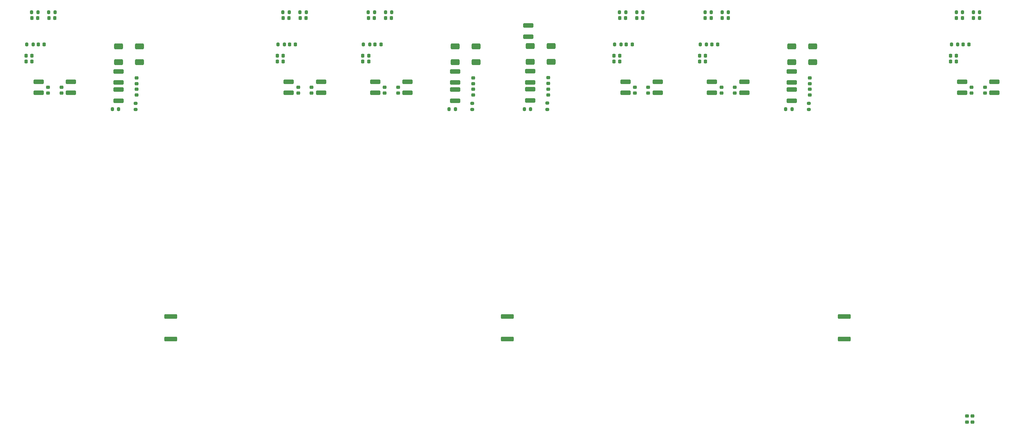
<source format=gbp>
G04 #@! TF.GenerationSoftware,KiCad,Pcbnew,9.0.1*
G04 #@! TF.CreationDate,2025-08-06T03:01:24-05:00*
G04 #@! TF.ProjectId,TractionInverter,54726163-7469-46f6-9e49-6e7665727465,rev?*
G04 #@! TF.SameCoordinates,Original*
G04 #@! TF.FileFunction,Paste,Bot*
G04 #@! TF.FilePolarity,Positive*
%FSLAX46Y46*%
G04 Gerber Fmt 4.6, Leading zero omitted, Abs format (unit mm)*
G04 Created by KiCad (PCBNEW 9.0.1) date 2025-08-06 03:01:24*
%MOMM*%
%LPD*%
G01*
G04 APERTURE LIST*
G04 Aperture macros list*
%AMRoundRect*
0 Rectangle with rounded corners*
0 $1 Rounding radius*
0 $2 $3 $4 $5 $6 $7 $8 $9 X,Y pos of 4 corners*
0 Add a 4 corners polygon primitive as box body*
4,1,4,$2,$3,$4,$5,$6,$7,$8,$9,$2,$3,0*
0 Add four circle primitives for the rounded corners*
1,1,$1+$1,$2,$3*
1,1,$1+$1,$4,$5*
1,1,$1+$1,$6,$7*
1,1,$1+$1,$8,$9*
0 Add four rect primitives between the rounded corners*
20,1,$1+$1,$2,$3,$4,$5,0*
20,1,$1+$1,$4,$5,$6,$7,0*
20,1,$1+$1,$6,$7,$8,$9,0*
20,1,$1+$1,$8,$9,$2,$3,0*%
G04 Aperture macros list end*
%ADD10RoundRect,0.250000X-1.100000X0.325000X-1.100000X-0.325000X1.100000X-0.325000X1.100000X0.325000X0*%
%ADD11RoundRect,0.225000X0.250000X-0.225000X0.250000X0.225000X-0.250000X0.225000X-0.250000X-0.225000X0*%
%ADD12RoundRect,0.225000X-0.250000X0.225000X-0.250000X-0.225000X0.250000X-0.225000X0.250000X0.225000X0*%
%ADD13RoundRect,0.225000X0.225000X0.250000X-0.225000X0.250000X-0.225000X-0.250000X0.225000X-0.250000X0*%
%ADD14RoundRect,0.200000X-0.200000X-0.275000X0.200000X-0.275000X0.200000X0.275000X-0.200000X0.275000X0*%
%ADD15RoundRect,0.225000X-0.225000X-0.250000X0.225000X-0.250000X0.225000X0.250000X-0.225000X0.250000X0*%
%ADD16RoundRect,0.250000X-1.425000X0.362500X-1.425000X-0.362500X1.425000X-0.362500X1.425000X0.362500X0*%
%ADD17RoundRect,0.200000X0.200000X0.275000X-0.200000X0.275000X-0.200000X-0.275000X0.200000X-0.275000X0*%
%ADD18RoundRect,0.250000X1.100000X-0.325000X1.100000X0.325000X-1.100000X0.325000X-1.100000X-0.325000X0*%
%ADD19RoundRect,0.200000X-0.275000X0.200000X-0.275000X-0.200000X0.275000X-0.200000X0.275000X0.200000X0*%
%ADD20RoundRect,0.249999X0.900001X-0.525001X0.900001X0.525001X-0.900001X0.525001X-0.900001X-0.525001X0*%
G04 APERTURE END LIST*
D10*
X152250000Y-54725000D03*
X152250000Y-51775000D03*
D11*
X179750000Y-55975000D03*
X179750000Y-57525000D03*
D10*
X274250000Y-57475000D03*
X274250000Y-54525000D03*
D12*
X137250000Y-55077500D03*
X137250000Y-53527500D03*
D13*
X174225000Y-49250000D03*
X175775000Y-49250000D03*
D14*
X176090000Y-44775000D03*
X174440000Y-44775000D03*
D10*
X208500000Y-57475000D03*
X208500000Y-54525000D03*
D15*
X113000000Y-44775000D03*
X111450000Y-44775000D03*
D13*
X262725000Y-47750000D03*
X264275000Y-47750000D03*
D10*
X132500000Y-54777500D03*
X132500000Y-51827500D03*
D14*
X199825000Y-36275000D03*
X198175000Y-36275000D03*
D16*
X234750000Y-122212500D03*
X234750000Y-116287500D03*
D14*
X198550000Y-44775000D03*
X196900000Y-44775000D03*
D15*
X115775000Y-37775000D03*
X114225000Y-37775000D03*
D17*
X268715000Y-36275000D03*
X270365000Y-36275000D03*
D15*
X201500000Y-44775000D03*
X199950000Y-44775000D03*
D18*
X200000000Y-54525000D03*
X200000000Y-57475000D03*
D10*
X120000000Y-57475000D03*
X120000000Y-54525000D03*
X132500000Y-59527500D03*
X132500000Y-56577500D03*
D12*
X117500000Y-57525000D03*
X117500000Y-55975000D03*
D17*
X180215000Y-36275000D03*
X181865000Y-36275000D03*
D13*
X109725000Y-37775000D03*
X111275000Y-37775000D03*
D12*
X271750000Y-57525000D03*
X271750000Y-55975000D03*
D14*
X110050000Y-44775000D03*
X108400000Y-44775000D03*
D13*
X108225000Y-49250000D03*
X109775000Y-49250000D03*
D19*
X225500000Y-61877500D03*
X225500000Y-60227500D03*
D16*
X146250000Y-122212500D03*
X146250000Y-116287500D03*
D17*
X130905000Y-61802500D03*
X132555000Y-61802500D03*
D10*
X221000000Y-54777500D03*
X221000000Y-51827500D03*
D12*
X183250000Y-57525000D03*
X183250000Y-55975000D03*
D14*
X265865000Y-36275000D03*
X264215000Y-36275000D03*
D19*
X137000000Y-61877500D03*
X137000000Y-60227500D03*
D18*
X111500000Y-54525000D03*
X111500000Y-57475000D03*
D15*
X267540000Y-44775000D03*
X265990000Y-44775000D03*
D13*
X175765000Y-37775000D03*
X177315000Y-37775000D03*
D12*
X225750000Y-58077500D03*
X225750000Y-56527500D03*
D20*
X138000000Y-45227500D03*
X138000000Y-49377500D03*
D12*
X137250000Y-58077500D03*
X137250000Y-56527500D03*
D15*
X181815000Y-37775000D03*
X180265000Y-37775000D03*
D13*
X196725000Y-47750000D03*
X198275000Y-47750000D03*
D11*
X114000000Y-55975000D03*
X114000000Y-57525000D03*
D14*
X264590000Y-44775000D03*
X262940000Y-44775000D03*
X177365000Y-36275000D03*
X175715000Y-36275000D03*
D13*
X174225000Y-47750000D03*
X175775000Y-47750000D03*
D17*
X202675000Y-36275000D03*
X204325000Y-36275000D03*
D13*
X262725000Y-49250000D03*
X264275000Y-49250000D03*
X108225000Y-47750000D03*
X109775000Y-47750000D03*
D15*
X204275000Y-37775000D03*
X202725000Y-37775000D03*
D18*
X265750000Y-54525000D03*
X265750000Y-57475000D03*
D13*
X264265000Y-37775000D03*
X265815000Y-37775000D03*
D11*
X268250000Y-55975000D03*
X268250000Y-57525000D03*
D20*
X221000000Y-45227500D03*
X221000000Y-49377500D03*
D15*
X270315000Y-37775000D03*
X268765000Y-37775000D03*
D17*
X114175000Y-36275000D03*
X115825000Y-36275000D03*
D15*
X179040000Y-44775000D03*
X177490000Y-44775000D03*
D14*
X111325000Y-36275000D03*
X109675000Y-36275000D03*
D10*
X221000000Y-59527500D03*
X221000000Y-56577500D03*
D13*
X198225000Y-37775000D03*
X199775000Y-37775000D03*
D12*
X206000000Y-57525000D03*
X206000000Y-55975000D03*
D20*
X132500000Y-45227500D03*
X132500000Y-49377500D03*
D11*
X202500000Y-55975000D03*
X202500000Y-57525000D03*
D18*
X177250000Y-54525000D03*
X177250000Y-57475000D03*
D20*
X226500000Y-45227500D03*
X226500000Y-49377500D03*
D17*
X219405000Y-61802500D03*
X221055000Y-61802500D03*
D10*
X185750000Y-57475000D03*
X185750000Y-54525000D03*
D13*
X196725000Y-49250000D03*
X198275000Y-49250000D03*
D12*
X225750000Y-55077500D03*
X225750000Y-53527500D03*
D13*
X21275000Y-47750000D03*
X19725000Y-47750000D03*
D14*
X21175000Y-36275000D03*
X22825000Y-36275000D03*
D18*
X88750000Y-57475000D03*
X88750000Y-54525000D03*
D13*
X88815000Y-37775000D03*
X87265000Y-37775000D03*
D11*
X91250000Y-57525000D03*
X91250000Y-55975000D03*
D13*
X87275000Y-47750000D03*
X85725000Y-47750000D03*
D14*
X87215000Y-36275000D03*
X88865000Y-36275000D03*
D15*
X91765000Y-37775000D03*
X93315000Y-37775000D03*
D20*
X44000000Y-49377500D03*
X44000000Y-45227500D03*
D12*
X29000000Y-55975000D03*
X29000000Y-57525000D03*
D19*
X48500000Y-60227500D03*
X48500000Y-61877500D03*
D14*
X19900000Y-44775000D03*
X21550000Y-44775000D03*
D16*
X57750000Y-116287500D03*
X57750000Y-122212500D03*
D10*
X44000000Y-56577500D03*
X44000000Y-59527500D03*
D17*
X27325000Y-36275000D03*
X25675000Y-36275000D03*
D15*
X88990000Y-44775000D03*
X90540000Y-44775000D03*
D17*
X44055000Y-61802500D03*
X42405000Y-61802500D03*
D10*
X31500000Y-54525000D03*
X31500000Y-57475000D03*
D12*
X48750000Y-56527500D03*
X48750000Y-58077500D03*
D10*
X44000000Y-51827500D03*
X44000000Y-54777500D03*
D15*
X22950000Y-44775000D03*
X24500000Y-44775000D03*
D17*
X93365000Y-36275000D03*
X91715000Y-36275000D03*
D11*
X25500000Y-57525000D03*
X25500000Y-55975000D03*
D14*
X85940000Y-44775000D03*
X87590000Y-44775000D03*
D10*
X97250000Y-54525000D03*
X97250000Y-57475000D03*
D18*
X23000000Y-57475000D03*
X23000000Y-54525000D03*
D13*
X22775000Y-37775000D03*
X21225000Y-37775000D03*
X87275000Y-49250000D03*
X85725000Y-49250000D03*
D12*
X94750000Y-55975000D03*
X94750000Y-57525000D03*
D20*
X49500000Y-49377500D03*
X49500000Y-45227500D03*
D13*
X21275000Y-49250000D03*
X19725000Y-49250000D03*
D15*
X25725000Y-37775000D03*
X27275000Y-37775000D03*
D12*
X48750000Y-53527500D03*
X48750000Y-55077500D03*
D17*
X152325000Y-61750000D03*
X150675000Y-61750000D03*
D12*
X267000000Y-142475000D03*
X267000000Y-144025000D03*
X157000000Y-56475000D03*
X157000000Y-58025000D03*
D20*
X152250000Y-49325000D03*
X152250000Y-45175000D03*
D12*
X157000000Y-53475000D03*
X157000000Y-55025000D03*
D19*
X156750000Y-60175000D03*
X156750000Y-61825000D03*
D20*
X157750000Y-49325000D03*
X157750000Y-45175000D03*
D18*
X151750000Y-42725000D03*
X151750000Y-39775000D03*
D12*
X268500000Y-142475000D03*
X268500000Y-144025000D03*
D10*
X152250000Y-56525000D03*
X152250000Y-59475000D03*
M02*

</source>
